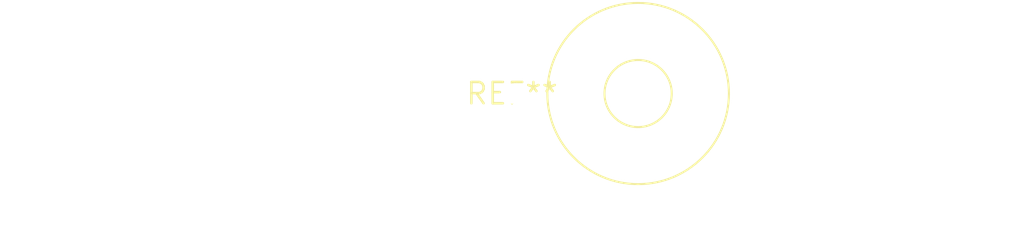
<source format=kicad_pcb>
(kicad_pcb (version 20240108) (generator pcbnew)
  (layers (0 "F.Cu" signal) (31 "B.Cu" signal) (34 "B.Paste" user) (35 "F.Paste" user) (36 "B.SilkS" user "B.Silkscreen") (37 "F.SilkS" user "F.Silkscreen") (38 "B.Mask" user) (39 "F.Mask" user) (44 "Edge.Cuts" user))
  (net 0 "")
  (footprint "Autotransformer_Toroid_1Tap_Horizontal_D10.5mm_Amidon-T37" (layer "F.Cu") (at 0 0)
    (property "Reference" "REF**")
    (property "Value" "Autotransformer_Toroid_1Tap_Horizontal_D10.5mm_Amidon-T37")
    (fp_circle (center 7.5 0) (end 9.5 0) (layer "F.SilkS") (stroke (width 0.12)) (fill none))
    (fp_circle (center 7.5 0) (end 12.9 0) (layer "F.SilkS") (stroke (width 0.12)) (fill none))
    (pad "1" thru_hole circle (at 0 0) (size 3 3) (drill 1.2) (layers *.Cu *.Mask) (remove_unused_layers))
    (pad "2" thru_hole circle (at 7.5 7.5) (size 3 3) (drill 1.2) (layers *.Cu *.Mask) (remove_unused_layers))
    (pad "3" thru_hole circle (at 15 0) (size 3 3) (drill 1.2) (layers *.Cu *.Mask) (remove_unused_layers))
  )
)
</source>
